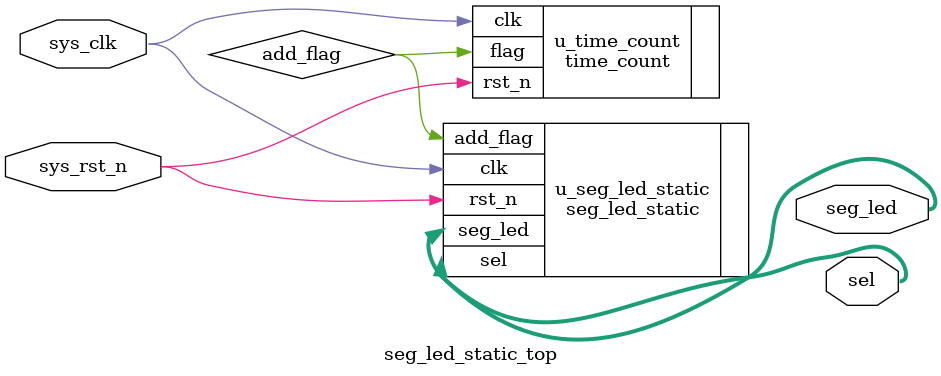
<source format=v>

module seg_led_static_top (
    input               sys_clk  ,       // 系统时钟
    input               sys_rst_n,       // 系统复位信号（低有效）

    output    [5:0]     sel      ,       // 数码管位选
    output    [7:0]     seg_led          // 数码管段选

);

//parameter define
parameter  TIME_SHOW = 25'd25000_000;    // 数码管变化的时间间隔0.5s

//wire define
wire       add_flag;                     // 数码管变化的通知信号

//*****************************************************
//**                    main code
//*****************************************************

//每隔0.5s产生一个时钟周期的脉冲信号
time_count #(.MAX_NUM(TIME_SHOW)
) u_time_count(
    .clk        (sys_clk  ),
    .rst_n      (sys_rst_n),
    
    .flag       (add_flag )
);

//每当脉冲信号到达时，使数码管显示的数值加1
seg_led_static u_seg_led_static (
    .clk        (sys_clk  ), 
    .rst_n      (sys_rst_n),

    .add_flag   (add_flag ), 
    .sel        (sel      ),
    .seg_led    (seg_led  )
);

endmodule 
</source>
